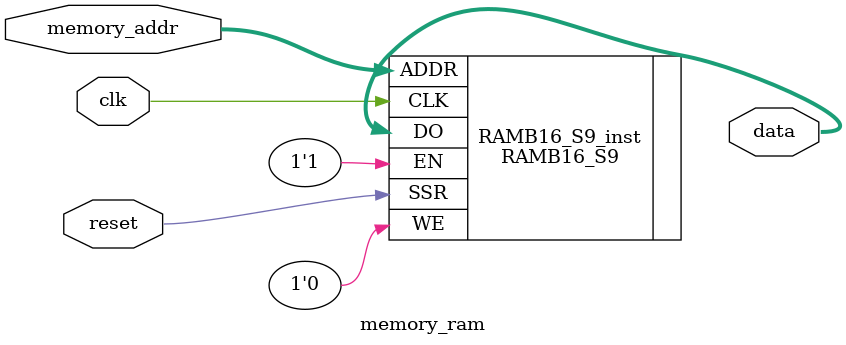
<source format=v>
`timescale 1ns / 1ps
module memory_ram(clk, reset, memory_addr, data);
input clk, reset;
input [10:0] memory_addr;
output [7:0] data;

RAMB16_S9 #(
      .INIT(9'h000),  // Value of output RAM registers at startup
      .SRVAL(9'h000), // Output value upon SSR assertion
      .WRITE_MODE("WRITE_FIRST"), // WRITE_FIRST, READ_FIRST or NO_CHANGE

      // The forllowing INIT_xx declarations specify the initial contents of the RAM
      // Address 0 to 511
      .INIT_00(256'hFF_6F_6E_6D_6C_6B_6A_69_68_67_66_65_64_63_62_61_50_4F_4E_4D_4C_4B_4A_49_48_47_46_45_44_43_42_41),//FIRST MESSAGE 
      .INIT_01(256'h20_6F_6E_6D_6C_6B_6A_69_68_67_66_65_64_63_62_61_50_4F_4E_4D_4C_4B_4A_49_48_47_46_45_44_43_42_41),//SECOND MESSAGE-REFRESH MESSAGE
      .INIT_02(256'h00_00_00_00_00_00_00_00_00_00_00_00_00_00_00_00_00_00_00_00_00_00_00_00_00_00_00_00_00_00_00_00),
      .INIT_03(256'h00_00_00_00_00_00_00_00_00_00_00_00_00_00_00_00_00_00_00_00_00_00_00_00_00_00_00_00_00_00_00_00),
      .INIT_04(256'h00_00_00_00_00_00_00_00_00_00_00_00_00_00_00_00_00_00_00_00_00_00_00_00_00_00_00_00_00_00_00_00),
      .INIT_05(256'h00_00_00_00_00_00_00_00_00_00_00_00_00_00_00_00_00_00_00_00_00_00_00_00_00_00_00_00_00_00_00_00),
      .INIT_06(256'h00_00_00_00_00_00_00_00_00_00_00_00_00_00_00_00_00_00_00_00_00_00_00_00_00_00_00_00_00_00_00_00),
      .INIT_07(256'h00_00_00_00_00_00_00_00_00_00_00_00_00_00_00_00_00_00_00_00_00_00_00_00_00_00_00_00_00_00_00_00),
      .INIT_08(256'h00_00_00_00_00_00_00_00_00_00_00_00_00_00_00_00_00_00_00_00_00_00_00_00_00_00_00_00_00_00_00_00),
      .INIT_09(256'h00_00_00_00_00_00_00_00_00_00_00_00_00_00_00_00_00_00_00_00_00_00_00_00_00_00_00_00_00_00_00_00),
      .INIT_0A(256'h00_00_00_00_00_00_00_00_00_00_00_00_00_00_00_00_00_00_00_00_00_00_00_00_00_00_00_00_00_00_00_00),
      .INIT_0B(256'h00_00_00_00_00_00_00_00_00_00_00_00_00_00_00_00_00_00_00_00_00_00_00_00_00_00_00_00_00_00_00_00),
      .INIT_0C(256'h00_00_00_00_00_00_00_00_00_00_00_00_00_00_00_00_00_00_00_00_00_00_00_00_00_00_00_00_00_00_00_00),
      .INIT_0D(256'h00_00_00_00_00_00_00_00_00_00_00_00_00_00_00_00_00_00_00_00_00_00_00_00_00_00_00_00_00_00_00_00),
      .INIT_0E(256'h00_00_00_00_00_00_00_00_00_00_00_00_00_00_00_00_00_00_00_00_00_00_00_00_00_00_00_00_00_00_00_00),
      .INIT_0F(256'h00_00_00_00_00_00_00_00_00_00_00_00_00_00_00_00_00_00_00_00_00_00_00_00_00_00_00_00_00_00_00_00),
      // Address 512 to 1023
      .INIT_10(256'h00_00_00_00_00_00_00_00_00_00_00_00_00_00_00_00_00_00_00_00_00_00_00_00_00_00_00_00_00_00_00_00),
      .INIT_11(256'h00_00_00_00_00_00_00_00_00_00_00_00_00_00_00_00_00_00_00_00_00_00_00_00_00_00_00_00_00_00_00_00),
      .INIT_12(256'h00_00_00_00_00_00_00_00_00_00_00_00_00_00_00_00_00_00_00_00_00_00_00_00_00_00_00_00_00_00_00_00),
      .INIT_13(256'h00_00_00_00_00_00_00_00_00_00_00_00_00_00_00_00_00_00_00_00_00_00_00_00_00_00_00_00_00_00_00_00),
      .INIT_14(256'h00_00_00_00_00_00_00_00_00_00_00_00_00_00_00_00_00_00_00_00_00_00_00_00_00_00_00_00_00_00_00_00),
      .INIT_15(256'h00_00_00_00_00_00_00_00_00_00_00_00_00_00_00_00_00_00_00_00_00_00_00_00_00_00_00_00_00_00_00_00),
      .INIT_16(256'h00_00_00_00_00_00_00_00_00_00_00_00_00_00_00_00_00_00_00_00_00_00_00_00_00_00_00_00_00_00_00_00),
      .INIT_17(256'h00_00_00_00_00_00_00_00_00_00_00_00_00_00_00_00_00_00_00_00_00_00_00_00_00_00_00_00_00_00_00_00),
      .INIT_18(256'h00_00_00_00_00_00_00_00_00_00_00_00_00_00_00_00_00_00_00_00_00_00_00_00_00_00_00_00_00_00_00_00),
      .INIT_19(256'h00_00_00_00_00_00_00_00_00_00_00_00_00_00_00_00_00_00_00_00_00_00_00_00_00_00_00_00_00_00_00_00),
      .INIT_1A(256'h00_00_00_00_00_00_00_00_00_00_00_00_00_00_00_00_00_00_00_00_00_00_00_00_00_00_00_00_00_00_00_00),
      .INIT_1B(256'h00_00_00_00_00_00_00_00_00_00_00_00_00_00_00_00_00_00_00_00_00_00_00_00_00_00_00_00_00_00_00_00),
      .INIT_1C(256'h00_00_00_00_00_00_00_00_00_00_00_00_00_00_00_00_00_00_00_00_00_00_00_00_00_00_00_00_00_00_00_00),
      .INIT_1D(256'h00_00_00_00_00_00_00_00_00_00_00_00_00_00_00_00_00_00_00_00_00_00_00_00_00_00_00_00_00_00_00_00),
      .INIT_1E(256'h00_00_00_00_00_00_00_00_00_00_00_00_00_00_00_00_00_00_00_00_00_00_00_00_00_00_00_00_00_00_00_00),
      .INIT_1F(256'h00_00_00_00_00_00_00_00_00_00_00_00_00_00_00_00_00_00_00_00_00_00_00_00_00_00_00_00_00_00_00_00),
      // Address 1024 to 1535
      .INIT_20(256'h00_00_00_00_00_00_00_00_00_00_00_00_00_00_00_00_00_00_00_00_00_00_00_00_00_00_00_00_00_00_00_00),
      .INIT_21(256'h00_00_00_00_00_00_00_00_00_00_00_00_00_00_00_00_00_00_00_00_00_00_00_00_00_00_00_00_00_00_00_00),
      .INIT_22(256'h00_00_00_00_00_00_00_00_00_00_00_00_00_00_00_00_00_00_00_00_00_00_00_00_00_00_00_00_00_00_00_00),
      .INIT_23(256'h00_00_00_00_00_00_00_00_00_00_00_00_00_00_00_00_00_00_00_00_00_00_00_00_00_00_00_00_00_00_00_00),
      .INIT_24(256'h00_00_00_00_00_00_00_00_00_00_00_00_00_00_00_00_00_00_00_00_00_00_00_00_00_00_00_00_00_00_00_00),
      .INIT_25(256'h00_00_00_00_00_00_00_00_00_00_00_00_00_00_00_00_00_00_00_00_00_00_00_00_00_00_00_00_00_00_00_00),
      .INIT_26(256'h00_00_00_00_00_00_00_00_00_00_00_00_00_00_00_00_00_00_00_00_00_00_00_00_00_00_00_00_00_00_00_00),
      .INIT_27(256'h00_00_00_00_00_00_00_00_00_00_00_00_00_00_00_00_00_00_00_00_00_00_00_00_00_00_00_00_00_00_00_00),
      .INIT_28(256'h00_00_00_00_00_00_00_00_00_00_00_00_00_00_00_00_00_00_00_00_00_00_00_00_00_00_00_00_00_00_00_00),
      .INIT_29(256'h00_00_00_00_00_00_00_00_00_00_00_00_00_00_00_00_00_00_00_00_00_00_00_00_00_00_00_00_00_00_00_00),
      .INIT_2A(256'h00_00_00_00_00_00_00_00_00_00_00_00_00_00_00_00_00_00_00_00_00_00_00_00_00_00_00_00_00_00_00_00),
      .INIT_2B(256'h00_00_00_00_00_00_00_00_00_00_00_00_00_00_00_00_00_00_00_00_00_00_00_00_00_00_00_00_00_00_00_00),
      .INIT_2C(256'h00_00_00_00_00_00_00_00_00_00_00_00_00_00_00_00_00_00_00_00_00_00_00_00_00_00_00_00_00_00_00_00),
      .INIT_2D(256'h00_00_00_00_00_00_00_00_00_00_00_00_00_00_00_00_00_00_00_00_00_00_00_00_00_00_00_00_00_00_00_00),
      .INIT_2E(256'h00_00_00_00_00_00_00_00_00_00_00_00_00_00_00_00_00_00_00_00_00_00_00_00_00_00_00_00_00_00_00_00),
      .INIT_2F(256'h00_00_00_00_00_00_00_00_00_00_00_00_00_00_00_00_00_00_00_00_00_00_00_00_00_00_00_00_00_00_00_00),
      // Address 1536 to 2047
      .INIT_30(256'h00_00_00_00_00_00_00_00_00_00_00_00_00_00_00_00_00_00_00_00_00_00_00_00_00_00_00_00_00_00_00_00),
      .INIT_31(256'h00_00_00_00_00_00_00_00_00_00_00_00_00_00_00_00_00_00_00_00_00_00_00_00_00_00_00_00_00_00_00_00),
      .INIT_32(256'h00_00_00_00_00_00_00_00_00_00_00_00_00_00_00_00_00_00_00_00_00_00_00_00_00_00_00_00_00_00_00_00),
      .INIT_33(256'h00_00_00_00_00_00_00_00_00_00_00_00_00_00_00_00_00_00_00_00_00_00_00_00_00_00_00_00_00_00_00_00),
      .INIT_34(256'h00_00_00_00_00_00_00_00_00_00_00_00_00_00_00_00_00_00_00_00_00_00_00_00_00_00_00_00_00_00_00_00),
      .INIT_35(256'h00_00_00_00_00_00_00_00_00_00_00_00_00_00_00_00_00_00_00_00_00_00_00_00_00_00_00_00_00_00_00_00),
      .INIT_36(256'h00_00_00_00_00_00_00_00_00_00_00_00_00_00_00_00_00_00_00_00_00_00_00_00_00_00_00_00_00_00_00_00),
      .INIT_37(256'h00_00_00_00_00_00_00_00_00_00_00_00_00_00_00_00_00_00_00_00_00_00_00_00_00_00_00_00_00_00_00_00),
      .INIT_38(256'h00_00_00_00_00_00_00_00_00_00_00_00_00_00_00_00_00_00_00_00_00_00_00_00_00_00_00_00_00_00_00_00),
      .INIT_39(256'h00_00_00_00_00_00_00_00_00_00_00_00_00_00_00_00_00_00_00_00_00_00_00_00_00_00_00_00_00_00_00_00),
      .INIT_3A(256'h00_00_00_00_00_00_00_00_00_00_00_00_00_00_00_00_00_00_00_00_00_00_00_00_00_00_00_00_00_00_00_00),
      .INIT_3B(256'h00_00_00_00_00_00_00_00_00_00_00_00_00_00_00_00_00_00_00_00_00_00_00_00_00_00_00_00_00_00_00_00),
      .INIT_3C(256'h00_00_00_00_00_00_00_00_00_00_00_00_00_00_00_00_00_00_00_00_00_00_00_00_00_00_00_00_00_00_00_00),
      .INIT_3D(256'h00_00_00_00_00_00_00_00_00_00_00_00_00_00_00_00_00_00_00_00_00_00_00_00_00_00_00_00_00_00_00_00),
      .INIT_3E(256'h00_00_00_00_00_00_00_00_00_00_00_00_00_00_00_00_00_00_00_00_00_00_00_00_00_00_00_00_00_00_00_00),
      .INIT_3F(256'h00_00_00_00_00_00_00_00_00_00_00_00_00_00_00_00_00_00_00_00_00_00_00_00_00_00_00_00_00_00_00_00),

      // The next set of INITP_xx are for the parity bits
      // Address 0 to 511
      .INITP_00(256'h0000000000000000000000000000000000000000000000000000000000000000),
      .INITP_01(256'h0000000000000000000000000000000000000000000000000000000000000000),
      // Address 512 to 1023
      .INITP_02(256'h0000000000000000000000000000000000000000000000000000000000000000),
      .INITP_03(256'h0000000000000000000000000000000000000000000000000000000000000000),
      // Address 1024 to 1535
      .INITP_04(256'h0000000000000000000000000000000000000000000000000000000000000000),
      .INITP_05(256'h0000000000000000000000000000000000000000000000000000000000000000),
      // Address 1536 to 2047
      .INITP_06(256'h0000000000000000000000000000000000000000000000000000000000000000),
      .INITP_07(256'h0000000000000000000000000000000000000000000000000000000000000000)
   ) RAMB16_S9_inst (
      .DO(data),      // 8-bit Data Output
      .ADDR(memory_addr),  // 11-bit Address Input
      .CLK(clk),    // Clock
      .EN(1'b1),      // RAM Enable Input
      .SSR(reset),    // Synchronous Set/Reset Input
      .WE(1'b0)       // Write Enable Input
   );


endmodule

</source>
